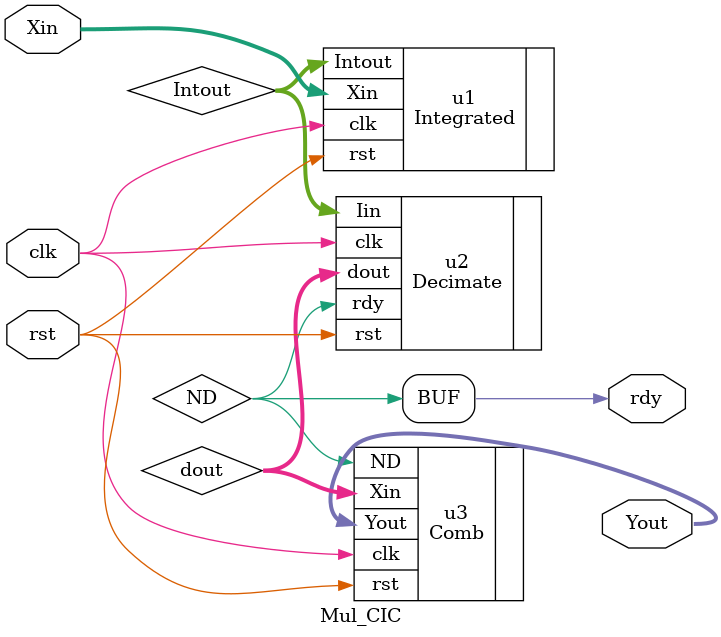
<source format=v>
module Mul_CIC(
	rst,clk,Xin,
	Yout,rdy
);

input	rst;	//复位信号，高电平有效
input	clk;	//FPGA系统时钟，频率为2kHz
input	[9:0]	Xin;	//数据输入频率为2kHz
output	[16:0]	Yout;	//滤波后的输出数据
output 			rdy;	//数据有效指示信号


wire ND;
wire signed [36:0] Intout;
wire signed [36:0] dout;
//wire signed [36:0] yt;

Integrated u1(
	.rst(rst),
	.clk(clk),
	.Xin(Xin),
	.Intout(Intout)
);

Decimate u2(
	.rst(rst),
	.clk(clk),
	.Iin(Intout),
	.dout(dout),
	.rdy(ND)
);

Comb u3(
	.rst(rst),
	.clk(clk),
	.ND(ND),
	.Xin(dout),
	.Yout(Yout)
);

assign rdy = ND;

endmodule




</source>
